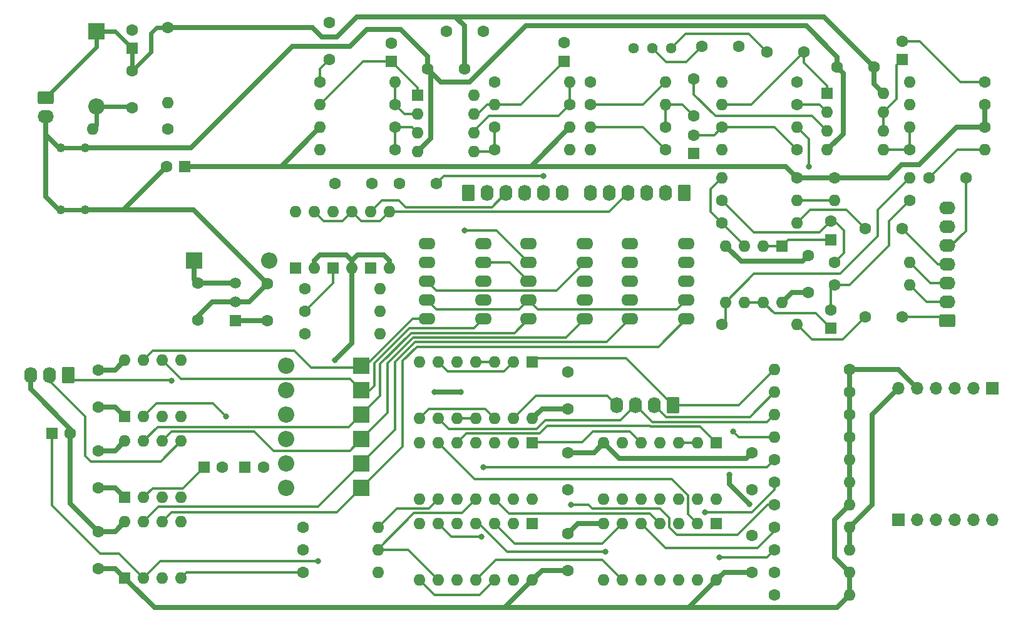
<source format=gbr>
%TF.GenerationSoftware,KiCad,Pcbnew,7.0.6*%
%TF.CreationDate,2023-09-11T14:55:37-04:00*%
%TF.ProjectId,summer,73756d6d-6572-42e6-9b69-6361645f7063,rev?*%
%TF.SameCoordinates,Original*%
%TF.FileFunction,Copper,L1,Top*%
%TF.FilePolarity,Positive*%
%FSLAX46Y46*%
G04 Gerber Fmt 4.6, Leading zero omitted, Abs format (unit mm)*
G04 Created by KiCad (PCBNEW 7.0.6) date 2023-09-11 14:55:37*
%MOMM*%
%LPD*%
G01*
G04 APERTURE LIST*
G04 Aperture macros list*
%AMRoundRect*
0 Rectangle with rounded corners*
0 $1 Rounding radius*
0 $2 $3 $4 $5 $6 $7 $8 $9 X,Y pos of 4 corners*
0 Add a 4 corners polygon primitive as box body*
4,1,4,$2,$3,$4,$5,$6,$7,$8,$9,$2,$3,0*
0 Add four circle primitives for the rounded corners*
1,1,$1+$1,$2,$3*
1,1,$1+$1,$4,$5*
1,1,$1+$1,$6,$7*
1,1,$1+$1,$8,$9*
0 Add four rect primitives between the rounded corners*
20,1,$1+$1,$2,$3,$4,$5,0*
20,1,$1+$1,$4,$5,$6,$7,0*
20,1,$1+$1,$6,$7,$8,$9,0*
20,1,$1+$1,$8,$9,$2,$3,0*%
G04 Aperture macros list end*
%TA.AperFunction,ComponentPad*%
%ADD10R,2.200000X2.200000*%
%TD*%
%TA.AperFunction,ComponentPad*%
%ADD11O,2.200000X2.200000*%
%TD*%
%TA.AperFunction,ComponentPad*%
%ADD12C,1.600000*%
%TD*%
%TA.AperFunction,ComponentPad*%
%ADD13R,1.600000X1.600000*%
%TD*%
%TA.AperFunction,ComponentPad*%
%ADD14O,1.600000X1.600000*%
%TD*%
%TA.AperFunction,ComponentPad*%
%ADD15RoundRect,0.250000X0.620000X0.845000X-0.620000X0.845000X-0.620000X-0.845000X0.620000X-0.845000X0*%
%TD*%
%TA.AperFunction,ComponentPad*%
%ADD16O,1.740000X2.190000*%
%TD*%
%TA.AperFunction,ComponentPad*%
%ADD17O,2.300000X1.600000*%
%TD*%
%TA.AperFunction,ComponentPad*%
%ADD18R,1.700000X1.700000*%
%TD*%
%TA.AperFunction,ComponentPad*%
%ADD19O,1.700000X1.700000*%
%TD*%
%TA.AperFunction,ComponentPad*%
%ADD20RoundRect,0.250000X-0.845000X0.620000X-0.845000X-0.620000X0.845000X-0.620000X0.845000X0.620000X0*%
%TD*%
%TA.AperFunction,ComponentPad*%
%ADD21O,2.190000X1.740000*%
%TD*%
%TA.AperFunction,SMDPad,CuDef*%
%ADD22C,1.219200*%
%TD*%
%TA.AperFunction,ComponentPad*%
%ADD23RoundRect,0.250000X0.845000X-0.620000X0.845000X0.620000X-0.845000X0.620000X-0.845000X-0.620000X0*%
%TD*%
%TA.AperFunction,ComponentPad*%
%ADD24RoundRect,0.250000X-0.620000X-0.845000X0.620000X-0.845000X0.620000X0.845000X-0.620000X0.845000X0*%
%TD*%
%TA.AperFunction,ComponentPad*%
%ADD25R,1.500000X1.500000*%
%TD*%
%TA.AperFunction,ComponentPad*%
%ADD26C,1.500000*%
%TD*%
%TA.AperFunction,ComponentPad*%
%ADD27C,1.440000*%
%TD*%
%TA.AperFunction,ViaPad*%
%ADD28C,0.800000*%
%TD*%
%TA.AperFunction,Conductor*%
%ADD29C,0.304800*%
%TD*%
%TA.AperFunction,Conductor*%
%ADD30C,0.635000*%
%TD*%
%TA.AperFunction,Conductor*%
%ADD31C,0.609600*%
%TD*%
G04 APERTURE END LIST*
%TA.AperFunction,EtchedComponent*%
%TO.C,NT4*%
G36*
X-78282800Y7061200D02*
G01*
X-80518000Y7061200D01*
X-80518000Y7670800D01*
X-78282800Y7670800D01*
X-78282800Y7061200D01*
G37*
%TD.AperFunction*%
%TA.AperFunction,EtchedComponent*%
%TO.C,NT1*%
G36*
X-78282800Y15443200D02*
G01*
X-80518000Y15443200D01*
X-80518000Y16052800D01*
X-78282800Y16052800D01*
X-78282800Y15443200D01*
G37*
%TD.AperFunction*%
%TD*%
D10*
%TO.P,D6,1,K*%
%TO.N,Net-(D6-K)*%
X-40386000Y-13716000D03*
D11*
%TO.P,D6,2,A*%
%TO.N,Net-(D5-A)*%
X-50546000Y-13716000D03*
%TD*%
D12*
%TO.P,C26,1*%
%TO.N,+9V*%
X-26456000Y26416000D03*
%TO.P,C26,2*%
%TO.N,GNDREF*%
X-31456000Y26416000D03*
%TD*%
%TO.P,C19,1*%
%TO.N,Net-(C19-Pad1)*%
X4572000Y20066000D03*
%TO.P,C19,2*%
%TO.N,Net-(U4A-+)*%
X4572000Y25066000D03*
%TD*%
D13*
%TO.P,C3,1*%
%TO.N,+9V*%
X-71374000Y29210000D03*
D12*
%TO.P,C3,2*%
%TO.N,GNDPWR*%
X-71374000Y31710000D03*
%TD*%
D13*
%TO.P,U10,1*%
%TO.N,Net-(R36-Pad1)*%
X-49276000Y-508000D03*
D14*
%TO.P,U10,2*%
%TO.N,GNDD*%
X-46736000Y-508000D03*
%TO.P,U10,3*%
%TO.N,/Switching/SPLIT_AUDIO_OUT*%
X-46736000Y7112000D03*
%TO.P,U10,4*%
%TO.N,GNDS*%
X-49276000Y7112000D03*
%TD*%
D10*
%TO.P,D5,1,K*%
%TO.N,Net-(D5-K)*%
X-40386000Y-17018000D03*
D11*
%TO.P,D5,2,A*%
%TO.N,Net-(D5-A)*%
X-50546000Y-17018000D03*
%TD*%
D15*
%TO.P,J12,1*%
%TO.N,/Switching/MAG_LED_ON*%
X-80010000Y-14986000D03*
D16*
%TO.P,J12,2*%
%TO.N,/Switching/PIEZO_LED_ON*%
X-82550000Y-14986000D03*
%TO.P,J12,3*%
%TO.N,GNDD*%
X-85090000Y-14986000D03*
%TD*%
D12*
%TO.P,R35,1*%
%TO.N,Net-(U6-GP3)*%
X-48260000Y-38608000D03*
D14*
%TO.P,R35,2*%
%TO.N,/Logic/2Q*%
X-38100000Y-38608000D03*
%TD*%
D12*
%TO.P,C20,1*%
%TO.N,Net-(VR1-S)*%
X5628000Y29464000D03*
%TO.P,C20,2*%
%TO.N,GNDS*%
X10628000Y29464000D03*
%TD*%
D13*
%TO.P,C8,1*%
%TO.N,Net-(U2B--)*%
X23114000Y-8636000D03*
D12*
%TO.P,C8,2*%
%TO.N,Net-(C8-Pad2)*%
X23114000Y-6136000D03*
%TD*%
D13*
%TO.P,C10,1*%
%TO.N,Net-(U2A--)*%
X23114000Y3343144D03*
D12*
%TO.P,C10,2*%
%TO.N,Net-(C10-Pad2)*%
X23114000Y5843144D03*
%TD*%
%TO.P,R17,1*%
%TO.N,Net-(U3A-+)*%
X-35814000Y18542000D03*
D14*
%TO.P,R17,2*%
%TO.N,Vref*%
X-45974000Y18542000D03*
%TD*%
D17*
%TO.P,K1,1*%
%TO.N,Net-(D5-K)*%
X-23861000Y-7366000D03*
%TO.P,K1,2*%
%TO.N,unconnected-(K1-Pad2)*%
X-23861000Y-4826000D03*
%TO.P,K1,3*%
%TO.N,/Switching/MAG_POST*%
X-23861000Y-2286000D03*
%TO.P,K1,4*%
%TO.N,Net-(K1-Pad4)*%
X-23861000Y254000D03*
%TO.P,K1,5*%
%TO.N,N/C*%
X-23861000Y2794000D03*
%TO.P,K1,6*%
X-31481000Y2794000D03*
%TO.P,K1,7*%
%TO.N,/Audio/SPLIT_PIEZO_IN*%
X-31481000Y254000D03*
%TO.P,K1,8*%
%TO.N,Net-(K1-Pad8)*%
X-31481000Y-2286000D03*
%TO.P,K1,9*%
%TO.N,/Switching/SPLIT_SINGLE_OUT*%
X-31481000Y-4826000D03*
%TO.P,K1,10*%
%TO.N,Net-(D6-K)*%
X-31481000Y-7366000D03*
%TD*%
D12*
%TO.P,R42,1*%
%TO.N,Net-(R42-Pad1)*%
X15494000Y-26416000D03*
D14*
%TO.P,R42,2*%
%TO.N,+5V*%
X25654000Y-26416000D03*
%TD*%
D13*
%TO.P,U13,1*%
%TO.N,/Logic/DFF2_CLK*%
X7620000Y-35052000D03*
D14*
%TO.P,U13,2*%
%TO.N,Net-(U13-Pad2)*%
X5080000Y-35052000D03*
%TO.P,U13,3*%
%TO.N,Net-(U13-Pad3)*%
X2540000Y-35052000D03*
%TO.P,U13,4*%
%TO.N,Net-(U13-Pad4)*%
X0Y-35052000D03*
%TO.P,U13,5*%
%TO.N,/Logic/DFF1_CLK*%
X-2540000Y-35052000D03*
%TO.P,U13,6*%
%TO.N,Net-(U12A-C)*%
X-5080000Y-35052000D03*
%TO.P,U13,7,GND*%
%TO.N,GNDD*%
X-7620000Y-35052000D03*
%TO.P,U13,8*%
%TO.N,Net-(U13-Pad8)*%
X-7620000Y-42672000D03*
%TO.P,U13,9*%
%TO.N,Net-(U12B-C)*%
X-5080000Y-42672000D03*
%TO.P,U13,10*%
%TO.N,N/C*%
X-2540000Y-42672000D03*
%TO.P,U13,11*%
X0Y-42672000D03*
%TO.P,U13,12*%
X2540000Y-42672000D03*
%TO.P,U13,13*%
X5080000Y-42672000D03*
%TO.P,U13,14,VCC*%
%TO.N,+5V*%
X7620000Y-42672000D03*
%TD*%
D12*
%TO.P,R3,1*%
%TO.N,Vref*%
X-66548000Y18288000D03*
D14*
%TO.P,R3,2*%
%TO.N,GNDPWR*%
X-76708000Y18288000D03*
%TD*%
D10*
%TO.P,D10,1,K*%
%TO.N,Net-(D10-K)*%
X-40386000Y-26924000D03*
D11*
%TO.P,D10,2,A*%
%TO.N,Net-(D10-A)*%
X-50546000Y-26924000D03*
%TD*%
D12*
%TO.P,R46,1*%
%TO.N,/Logic/DFF2_CLR*%
X15494000Y-44704000D03*
D14*
%TO.P,R46,2*%
%TO.N,+5V*%
X25654000Y-44704000D03*
%TD*%
D12*
%TO.P,R23,1*%
%TO.N,Net-(C16-Pad1)*%
X-22352000Y24638000D03*
D14*
%TO.P,R23,2*%
%TO.N,Net-(U3B--)*%
X-12192000Y24638000D03*
%TD*%
D12*
%TO.P,C9,1*%
%TO.N,Net-(C9-Pad1)*%
X27726000Y4826000D03*
%TO.P,C9,2*%
%TO.N,/Audio/MAG_IN*%
X32726000Y4826000D03*
%TD*%
%TO.P,R36,1*%
%TO.N,Net-(R36-Pad1)*%
X-48006000Y-9398000D03*
D14*
%TO.P,R36,2*%
%TO.N,Net-(U7-GP5)*%
X-37846000Y-9398000D03*
%TD*%
D12*
%TO.P,C5,1*%
%TO.N,+5V*%
X-53086000Y-7620000D03*
%TO.P,C5,2*%
%TO.N,GNDPWR*%
X-53086000Y-2620000D03*
%TD*%
%TO.P,C14,1*%
%TO.N,Net-(C14-Pad1)*%
X-44704000Y27686000D03*
%TO.P,C14,2*%
%TO.N,GNDS*%
X-44704000Y32686000D03*
%TD*%
%TO.P,R12,1*%
%TO.N,Net-(U4B-+)*%
X33782000Y15494000D03*
D14*
%TO.P,R12,2*%
%TO.N,Net-(C11-Pad1)*%
X43942000Y15494000D03*
%TD*%
D12*
%TO.P,R44,1*%
%TO.N,/Logic/DFF1_CLR*%
X15494000Y-32512000D03*
D14*
%TO.P,R44,2*%
%TO.N,+5V*%
X25654000Y-32512000D03*
%TD*%
D13*
%TO.P,U14,1*%
%TO.N,Net-(U11-Pad10)*%
X-17272000Y-24130000D03*
D14*
%TO.P,U14,2*%
%TO.N,/Logic/2Q*%
X-19812000Y-24130000D03*
%TO.P,U14,3*%
%TO.N,Net-(U12B-D)*%
X-22352000Y-24130000D03*
%TO.P,U14,4*%
%TO.N,/Logic/1Q*%
X-24892000Y-24130000D03*
%TO.P,U14,5*%
%TO.N,Net-(U11-Pad2)*%
X-27432000Y-24130000D03*
%TO.P,U14,6*%
%TO.N,Net-(U13-Pad2)*%
X-29972000Y-24130000D03*
%TO.P,U14,7,GND*%
%TO.N,GNDD*%
X-32512000Y-24130000D03*
%TO.P,U14,8*%
%TO.N,/Logic/1Qx2Q*%
X-32512000Y-31750000D03*
%TO.P,U14,9*%
%TO.N,/Logic/1Q*%
X-29972000Y-31750000D03*
%TO.P,U14,10*%
%TO.N,Net-(R42-Pad1)*%
X-27432000Y-31750000D03*
%TO.P,U14,11*%
%TO.N,/Logic/2Q*%
X-24892000Y-31750000D03*
%TO.P,U14,12*%
%TO.N,Net-(U13-Pad4)*%
X-22352000Y-31750000D03*
%TO.P,U14,13*%
%TO.N,Net-(U12A-D)*%
X-19812000Y-31750000D03*
%TO.P,U14,14,VCC*%
%TO.N,+5V*%
X-17272000Y-31750000D03*
%TD*%
D12*
%TO.P,R6,1*%
%TO.N,Net-(C8-Pad2)*%
X33782000Y8636000D03*
D14*
%TO.P,R6,2*%
%TO.N,GNDS*%
X23622000Y8636000D03*
%TD*%
D13*
%TO.P,U11,1*%
%TO.N,/Logic/!CLK1_SET*%
X-17272000Y-13208000D03*
D14*
%TO.P,U11,2*%
%TO.N,Net-(U11-Pad2)*%
X-19812000Y-13208000D03*
%TO.P,U11,3*%
%TO.N,Net-(U11-Pad3)*%
X-22352000Y-13208000D03*
%TO.P,U11,4*%
X-24892000Y-13208000D03*
%TO.P,U11,5*%
%TO.N,/Logic/!CLK1_RESET*%
X-27432000Y-13208000D03*
%TO.P,U11,6*%
%TO.N,Net-(U11-Pad2)*%
X-29972000Y-13208000D03*
%TO.P,U11,7,GND*%
%TO.N,GNDD*%
X-32512000Y-13208000D03*
%TO.P,U11,8*%
%TO.N,Net-(U11-Pad12)*%
X-32512000Y-20828000D03*
%TO.P,U11,9*%
%TO.N,/Logic/!CLK2_SET*%
X-29972000Y-20828000D03*
%TO.P,U11,10*%
%TO.N,Net-(U11-Pad10)*%
X-27432000Y-20828000D03*
%TO.P,U11,11*%
X-24892000Y-20828000D03*
%TO.P,U11,12*%
%TO.N,Net-(U11-Pad12)*%
X-22352000Y-20828000D03*
%TO.P,U11,13*%
%TO.N,/Logic/!CLK2_RESET*%
X-19812000Y-20828000D03*
%TO.P,U11,14,VCC*%
%TO.N,+5V*%
X-17272000Y-20828000D03*
%TD*%
D12*
%TO.P,R45,1*%
%TO.N,/Logic/DFF2_PRE*%
X15494000Y-41656000D03*
D14*
%TO.P,R45,2*%
%TO.N,+5V*%
X25654000Y-41656000D03*
%TD*%
D12*
%TO.P,R13,1*%
%TO.N,Vref*%
X43942000Y18542000D03*
D14*
%TO.P,R13,2*%
%TO.N,Net-(U4B-+)*%
X33782000Y18542000D03*
%TD*%
D12*
%TO.P,R43,1*%
%TO.N,/Logic/DFF1_PRE*%
X15494000Y-29464000D03*
D14*
%TO.P,R43,2*%
%TO.N,+5V*%
X25654000Y-29464000D03*
%TD*%
D13*
%TO.P,U6,1,VDD*%
%TO.N,+5V*%
X-72390000Y-31511000D03*
D14*
%TO.P,U6,2,GP5*%
%TO.N,Net-(U6-GP5)*%
X-69850000Y-31511000D03*
%TO.P,U6,3,GP4*%
%TO.N,unconnected-(U6-GP4-Pad3)*%
X-67310000Y-31511000D03*
%TO.P,U6,4,GP3*%
%TO.N,Net-(U6-GP3)*%
X-64770000Y-31511000D03*
%TO.P,U6,5,GP2*%
%TO.N,/Switching/PIEZO_LED_ON*%
X-64770000Y-23891000D03*
%TO.P,U6,6,GP1*%
%TO.N,Net-(D7-K)*%
X-67310000Y-23891000D03*
%TO.P,U6,7,GP0*%
%TO.N,Net-(D8-K)*%
X-69850000Y-23891000D03*
%TO.P,U6,8,VSS*%
%TO.N,GNDD*%
X-72390000Y-23891000D03*
%TD*%
D12*
%TO.P,C16,1*%
%TO.N,Net-(C16-Pad1)*%
X-23916000Y31496000D03*
%TO.P,C16,2*%
%TO.N,GNDS*%
X-28916000Y31496000D03*
%TD*%
%TO.P,R47,1*%
%TO.N,/Logic/DFF1_CLK*%
X15494000Y-35560000D03*
D14*
%TO.P,R47,2*%
%TO.N,GNDD*%
X25654000Y-35560000D03*
%TD*%
D12*
%TO.P,C28,1*%
%TO.N,GNDD*%
X-75946000Y-14264000D03*
%TO.P,C28,2*%
%TO.N,+5V*%
X-75946000Y-19264000D03*
%TD*%
D18*
%TO.P,J23,1,Pin_1*%
%TO.N,/Logic/DFF1_CLR*%
X32258000Y-34544000D03*
D19*
%TO.P,J23,2,Pin_2*%
%TO.N,/Logic/DFF1_PRE*%
X34798000Y-34544000D03*
%TO.P,J23,3,Pin_3*%
%TO.N,/Logic/DFF1_CLK*%
X37338000Y-34544000D03*
%TO.P,J23,4,Pin_4*%
%TO.N,/Logic/DFF2_CLK*%
X39878000Y-34544000D03*
%TO.P,J23,5,Pin_5*%
%TO.N,/Logic/DFF2_PRE*%
X42418000Y-34544000D03*
%TO.P,J23,6,Pin_6*%
%TO.N,/Logic/DFF2_CLR*%
X44958000Y-34544000D03*
%TD*%
D13*
%TO.P,C23,1*%
%TO.N,Net-(U6-GP5)*%
X-61682000Y-27432000D03*
D12*
%TO.P,C23,2*%
%TO.N,GNDD*%
X-59182000Y-27432000D03*
%TD*%
%TO.P,R40,1*%
%TO.N,+5V*%
X25654000Y-20320000D03*
D14*
%TO.P,R40,2*%
%TO.N,/Logic/!CLK2_SET*%
X15494000Y-20320000D03*
%TD*%
D12*
%TO.P,R37,1*%
%TO.N,Net-(U7-GP3)*%
X-48260000Y-41656000D03*
D14*
%TO.P,R37,2*%
%TO.N,/Logic/1Qx2Q*%
X-38100000Y-41656000D03*
%TD*%
D12*
%TO.P,R20,1*%
%TO.N,Net-(U3B-+)*%
X-22352000Y15494000D03*
D14*
%TO.P,R20,2*%
%TO.N,Net-(C15-Pad2)*%
X-12192000Y15494000D03*
%TD*%
D12*
%TO.P,C25,1*%
%TO.N,+9V*%
X20066000Y-3790000D03*
%TO.P,C25,2*%
%TO.N,GNDREF*%
X20066000Y1210000D03*
%TD*%
D17*
%TO.P,K3,1*%
%TO.N,Net-(D9-K)*%
X3571000Y-7366000D03*
%TO.P,K3,2*%
%TO.N,/Switching/SPLIT_SINGLE_OUT*%
X3571000Y-4826000D03*
%TO.P,K3,3*%
%TO.N,/Switching/SPLIT_AUDIO_OUT*%
X3571000Y-2286000D03*
%TO.P,K3,4*%
%TO.N,/Audio/SPLIT_MIX_OUT*%
X3571000Y254000D03*
%TO.P,K3,5*%
%TO.N,N/C*%
X3571000Y2794000D03*
%TO.P,K3,6*%
X-4049000Y2794000D03*
%TO.P,K3,7*%
%TO.N,unconnected-(K3-Pad7)*%
X-4049000Y254000D03*
%TO.P,K3,8*%
%TO.N,unconnected-(K3-Pad8)*%
X-4049000Y-2286000D03*
%TO.P,K3,9*%
%TO.N,unconnected-(K3-Pad9)*%
X-4049000Y-4826000D03*
%TO.P,K3,10*%
%TO.N,Net-(D10-K)*%
X-4049000Y-7366000D03*
%TD*%
D13*
%TO.P,C4,1*%
%TO.N,Vref*%
X-64262000Y13208000D03*
D12*
%TO.P,C4,2*%
%TO.N,GNDPWR*%
X-66762000Y13208000D03*
%TD*%
D13*
%TO.P,U5,1,VDD*%
%TO.N,+5V*%
X-72380000Y-20564000D03*
D14*
%TO.P,U5,2,GP5*%
%TO.N,Net-(U5-GP5)*%
X-69840000Y-20564000D03*
%TO.P,U5,3,GP4*%
%TO.N,unconnected-(U5-GP4-Pad3)*%
X-67300000Y-20564000D03*
%TO.P,U5,4,GP3*%
%TO.N,Net-(U5-GP3)*%
X-64760000Y-20564000D03*
%TO.P,U5,5,GP2*%
%TO.N,/Switching/MAG_LED_ON*%
X-64760000Y-12944000D03*
%TO.P,U5,6,GP1*%
%TO.N,Net-(D5-K)*%
X-67300000Y-12944000D03*
%TO.P,U5,7,GP0*%
%TO.N,Net-(D6-K)*%
X-69840000Y-12944000D03*
%TO.P,U5,8,VSS*%
%TO.N,GNDD*%
X-72380000Y-12944000D03*
%TD*%
D12*
%TO.P,R33,1*%
%TO.N,Net-(U5-GP3)*%
X-48260000Y-35560000D03*
D14*
%TO.P,R33,2*%
%TO.N,/Logic/1Q*%
X-38100000Y-35560000D03*
%TD*%
D12*
%TO.P,C13,1*%
%TO.N,/Audio/SPLIT_MAG_IN*%
X-38942000Y10922000D03*
%TO.P,C13,2*%
%TO.N,Net-(C13-Pad2)*%
X-43942000Y10922000D03*
%TD*%
%TO.P,C34,1*%
%TO.N,+5V*%
X-12446000Y-30440000D03*
%TO.P,C34,2*%
%TO.N,GNDD*%
X-12446000Y-25440000D03*
%TD*%
D10*
%TO.P,D7,1,K*%
%TO.N,Net-(D7-K)*%
X-40386000Y-23622000D03*
D11*
%TO.P,D7,2,A*%
%TO.N,Net-(D7-A)*%
X-50546000Y-23622000D03*
%TD*%
D12*
%TO.P,R31,1*%
%TO.N,Net-(C21-Pad2)*%
X18542000Y15494000D03*
D14*
%TO.P,R31,2*%
%TO.N,/Audio/SPLIT_MIX_OUT*%
X8382000Y15494000D03*
%TD*%
D15*
%TO.P,J11,1*%
%TO.N,/Audio/PIEZO_BUFD*%
X3302000Y9672000D03*
D16*
%TO.P,J11,2*%
%TO.N,/Jacks/MAG_LOOP_GND*%
X762000Y9672000D03*
%TO.P,J11,3*%
%TO.N,/Jacks/PIEZO_LOOP_GND*%
X-1778000Y9672000D03*
%TO.P,J11,4*%
%TO.N,/Switching/SPLIT_AUDIO_OUT*%
X-4318000Y9672000D03*
%TO.P,J11,5*%
%TO.N,/Jacks/PIEZO_PRE_RETURN*%
X-6858000Y9672000D03*
%TO.P,J11,6*%
%TO.N,/Switching/MAG_POST*%
X-9398000Y9672000D03*
%TD*%
D12*
%TO.P,R8,1*%
%TO.N,Net-(U2A-+)*%
X8382000Y5568000D03*
D14*
%TO.P,R8,2*%
%TO.N,Net-(C9-Pad1)*%
X18542000Y5568000D03*
%TD*%
D13*
%TO.P,C24,1*%
%TO.N,Net-(U7-GP5)*%
X-82231112Y-22860000D03*
D12*
%TO.P,C24,2*%
%TO.N,GNDD*%
X-79731112Y-22860000D03*
%TD*%
D13*
%TO.P,U2,1*%
%TO.N,Net-(U2A--)*%
X16500000Y2510000D03*
D14*
%TO.P,U2,2,-*%
X13960000Y2510000D03*
%TO.P,U2,3,+*%
%TO.N,Net-(U2A-+)*%
X11420000Y2510000D03*
%TO.P,U2,4,V-*%
%TO.N,GNDREF*%
X8880000Y2510000D03*
%TO.P,U2,5,+*%
%TO.N,Net-(U2B-+)*%
X8880000Y-5110000D03*
%TO.P,U2,6,-*%
%TO.N,Net-(U2B--)*%
X11420000Y-5110000D03*
%TO.P,U2,7*%
X13960000Y-5110000D03*
%TO.P,U2,8,V+*%
%TO.N,+9V*%
X16500000Y-5110000D03*
%TD*%
D17*
%TO.P,K2,1*%
%TO.N,Net-(D7-K)*%
X-10145000Y-7366000D03*
%TO.P,K2,2*%
%TO.N,unconnected-(K2-Pad2)*%
X-10145000Y-4826000D03*
%TO.P,K2,3*%
%TO.N,/Jacks/PIEZO_PRE_RETURN*%
X-10145000Y-2286000D03*
%TO.P,K2,4*%
%TO.N,Net-(K1-Pad8)*%
X-10145000Y254000D03*
%TO.P,K2,5*%
%TO.N,N/C*%
X-10145000Y2794000D03*
%TO.P,K2,6*%
X-17765000Y2794000D03*
%TO.P,K2,7*%
%TO.N,/Audio/SPLIT_MAG_IN*%
X-17765000Y254000D03*
%TO.P,K2,8*%
%TO.N,Net-(K1-Pad4)*%
X-17765000Y-2286000D03*
%TO.P,K2,9*%
%TO.N,/Switching/SPLIT_SINGLE_OUT*%
X-17765000Y-4826000D03*
%TO.P,K2,10*%
%TO.N,Net-(D8-K)*%
X-17765000Y-7366000D03*
%TD*%
D12*
%TO.P,R32,1*%
%TO.N,Net-(R32-Pad1)*%
X-48006000Y-3302000D03*
D14*
%TO.P,R32,2*%
%TO.N,Net-(U5-GP5)*%
X-37846000Y-3302000D03*
%TD*%
D12*
%TO.P,R16,1*%
%TO.N,Net-(U3A-+)*%
X-35814000Y15494000D03*
D14*
%TO.P,R16,2*%
%TO.N,Net-(C13-Pad2)*%
X-45974000Y15494000D03*
%TD*%
D12*
%TO.P,R24,1*%
%TO.N,/Audio/POT_PIEZO_RET*%
X762000Y15494000D03*
D14*
%TO.P,R24,2*%
%TO.N,/Audio/POT_PIEZO_SEND*%
X-9398000Y15494000D03*
%TD*%
D12*
%TO.P,C6,1*%
%TO.N,Net-(D2-K)*%
X-62484000Y-2540000D03*
%TO.P,C6,2*%
%TO.N,GNDPWR*%
X-62484000Y-7540000D03*
%TD*%
%TO.P,R10,1*%
%TO.N,Net-(C10-Pad2)*%
X8382000Y8636000D03*
D14*
%TO.P,R10,2*%
%TO.N,GNDS*%
X18542000Y8636000D03*
%TD*%
D20*
%TO.P,J10,1,Pin_1*%
%TO.N,+9V*%
X-83058000Y22566000D03*
D21*
%TO.P,J10,2,Pin_2*%
%TO.N,Earth_Clean*%
X-83058000Y20026000D03*
%TD*%
D22*
%TO.P,NT4,1,1*%
%TO.N,Earth_Clean*%
X-81026000Y7366000D03*
%TO.P,NT4,2,2*%
%TO.N,GNDPWR*%
X-77774800Y7366000D03*
%TD*%
D12*
%TO.P,R18,1*%
%TO.N,Net-(U3A--)*%
X-35814000Y21590000D03*
D14*
%TO.P,R18,2*%
%TO.N,Net-(C17-Pad1)*%
X-45974000Y21590000D03*
%TD*%
D12*
%TO.P,R14,1*%
%TO.N,Net-(C12-Pad2)*%
X43942000Y24638000D03*
D14*
%TO.P,R14,2*%
%TO.N,GNDS*%
X33782000Y24638000D03*
%TD*%
D13*
%TO.P,U9,1*%
%TO.N,Net-(R34-Pad1)*%
X-44196000Y-508000D03*
D14*
%TO.P,U9,2*%
%TO.N,GNDD*%
X-41656000Y-508000D03*
%TO.P,U9,3*%
%TO.N,/Switching/SPLIT_AUDIO_OUT*%
X-41656000Y7112000D03*
%TO.P,U9,4*%
%TO.N,GNDS*%
X-44196000Y7112000D03*
%TD*%
D12*
%TO.P,R39,1*%
%TO.N,+5V*%
X25654000Y-17272000D03*
D14*
%TO.P,R39,2*%
%TO.N,/Logic/!CLK1_RESET*%
X15494000Y-17272000D03*
%TD*%
D12*
%TO.P,C29,1*%
%TO.N,GNDD*%
X-75956000Y-25211000D03*
%TO.P,C29,2*%
%TO.N,+5V*%
X-75956000Y-30211000D03*
%TD*%
%TO.P,C32,1*%
%TO.N,+5V*%
X-12446000Y-41362000D03*
%TO.P,C32,2*%
%TO.N,GNDD*%
X-12446000Y-36362000D03*
%TD*%
D13*
%TO.P,C12,1*%
%TO.N,Net-(U4B--)*%
X32766000Y27686000D03*
D12*
%TO.P,C12,2*%
%TO.N,Net-(C12-Pad2)*%
X32766000Y30186000D03*
%TD*%
%TO.P,C15,1*%
%TO.N,/Audio/SPLIT_PIEZO_IN*%
X-35266000Y10922000D03*
%TO.P,C15,2*%
%TO.N,Net-(C15-Pad2)*%
X-30266000Y10922000D03*
%TD*%
%TO.P,C2,1*%
%TO.N,+9V*%
X-71374000Y26162000D03*
%TO.P,C2,2*%
%TO.N,GNDPWR*%
X-71374000Y21162000D03*
%TD*%
%TO.P,R27,1*%
%TO.N,Net-(C19-Pad1)*%
X762000Y18542000D03*
D14*
%TO.P,R27,2*%
%TO.N,/Audio/POT_PIEZO_RET*%
X-9398000Y18542000D03*
%TD*%
D12*
%TO.P,C11,1*%
%TO.N,Net-(C11-Pad1)*%
X36362000Y11684000D03*
%TO.P,C11,2*%
%TO.N,/Audio/PIEZO_IN*%
X41362000Y11684000D03*
%TD*%
%TO.P,R11,1*%
%TO.N,Net-(C10-Pad2)*%
X23622000Y254000D03*
D14*
%TO.P,R11,2*%
%TO.N,/Audio/MAG_BUFD*%
X33782000Y254000D03*
%TD*%
D23*
%TO.P,J15,1*%
%TO.N,/Audio/MAG_MONO_IN*%
X38862000Y-7620000D03*
D21*
%TO.P,J15,2*%
%TO.N,/Audio/MAG_MONO_BUFD*%
X38862000Y-5080000D03*
%TO.P,J15,3*%
%TO.N,/Audio/MAG_BUFD*%
X38862000Y-2540000D03*
%TO.P,J15,4*%
%TO.N,/Audio/MAG_IN*%
X38862000Y0D03*
%TO.P,J15,5*%
%TO.N,/Audio/PIEZO_IN*%
X38862000Y2540000D03*
%TO.P,J15,6*%
%TO.N,/Jacks/SPLIT_IN_GND*%
X38862000Y5080000D03*
%TO.P,J15,7*%
%TO.N,/Jacks/MAG_IN_GND*%
X38862000Y7620000D03*
%TD*%
D24*
%TO.P,J14,1*%
%TO.N,/Audio/POT_MAG_SEND*%
X-25908000Y9632000D03*
D16*
%TO.P,J14,2*%
%TO.N,/Audio/POT_MAG_RET*%
X-23368000Y9632000D03*
%TO.P,J14,3*%
%TO.N,GNDS*%
X-20828000Y9632000D03*
%TO.P,J14,4*%
%TO.N,/Audio/POT_PIEZO_RET*%
X-18288000Y9632000D03*
%TO.P,J14,5*%
%TO.N,/Audio/POT_PIEZO_SEND*%
X-15748000Y9632000D03*
%TO.P,J14,6*%
%TO.N,/Jacks/OUTPUT_GND*%
X-13208000Y9632000D03*
%TD*%
D13*
%TO.P,U15,1*%
%TO.N,Net-(U11-Pad2)*%
X7620000Y-24130000D03*
D14*
%TO.P,U15,2*%
%TO.N,Net-(U15-Pad2)*%
X5080000Y-24130000D03*
%TO.P,U15,3*%
X2540000Y-24130000D03*
%TO.P,U15,4*%
%TO.N,Net-(U13-Pad3)*%
X0Y-24130000D03*
%TO.P,U15,5*%
%TO.N,Net-(U11-Pad10)*%
X-2540000Y-24130000D03*
%TO.P,U15,6*%
%TO.N,Net-(U15-Pad6)*%
X-5080000Y-24130000D03*
%TO.P,U15,7,GND*%
%TO.N,GNDD*%
X-7620000Y-24130000D03*
%TO.P,U15,8*%
%TO.N,Net-(U13-Pad8)*%
X-7620000Y-31750000D03*
%TO.P,U15,9*%
%TO.N,Net-(U15-Pad6)*%
X-5080000Y-31750000D03*
%TO.P,U15,10*%
%TO.N,/Logic/INV1_OUT*%
X-2540000Y-31750000D03*
%TO.P,U15,11*%
%TO.N,/Logic/INV1_IN*%
X0Y-31750000D03*
%TO.P,U15,12*%
%TO.N,/Logic/INV2_OUT*%
X2540000Y-31750000D03*
%TO.P,U15,13*%
%TO.N,/Logic/INV2_IN*%
X5080000Y-31750000D03*
%TO.P,U15,14,VCC*%
%TO.N,+5V*%
X7620000Y-31750000D03*
%TD*%
D10*
%TO.P,D8,1,K*%
%TO.N,Net-(D8-K)*%
X-40386000Y-20320000D03*
D11*
%TO.P,D8,2,A*%
%TO.N,Net-(D7-A)*%
X-50546000Y-20320000D03*
%TD*%
D12*
%TO.P,R38,1*%
%TO.N,+5V*%
X25654000Y-14224000D03*
D14*
%TO.P,R38,2*%
%TO.N,/Logic/!CLK1_SET*%
X15494000Y-14224000D03*
%TD*%
D13*
%TO.P,C18,1*%
%TO.N,Net-(C18-Pad1)*%
X-12954000Y27473144D03*
D12*
%TO.P,C18,2*%
%TO.N,/Audio/POT_PIEZO_SEND*%
X-12954000Y29973144D03*
%TD*%
%TO.P,R28,1*%
%TO.N,Vref*%
X43942000Y21590000D03*
D14*
%TO.P,R28,2*%
%TO.N,Net-(U4A-+)*%
X33782000Y21590000D03*
%TD*%
D13*
%TO.P,U3,1*%
%TO.N,Net-(C17-Pad1)*%
X-32756000Y22850000D03*
D14*
%TO.P,U3,2,-*%
%TO.N,Net-(U3A--)*%
X-32756000Y20310000D03*
%TO.P,U3,3,+*%
%TO.N,Net-(U3A-+)*%
X-32756000Y17770000D03*
%TO.P,U3,4,V-*%
%TO.N,GNDREF*%
X-32756000Y15230000D03*
%TO.P,U3,5,+*%
%TO.N,Net-(U3B-+)*%
X-25136000Y15230000D03*
%TO.P,U3,6,-*%
%TO.N,Net-(U3B--)*%
X-25136000Y17770000D03*
%TO.P,U3,7*%
%TO.N,Net-(C18-Pad1)*%
X-25136000Y20310000D03*
%TO.P,U3,8,V+*%
%TO.N,+9V*%
X-25136000Y22850000D03*
%TD*%
D12*
%TO.P,R7,1*%
%TO.N,Net-(C8-Pad2)*%
X23622000Y-2794000D03*
D14*
%TO.P,R7,2*%
%TO.N,/Audio/MAG_MONO_BUFD*%
X33782000Y-2794000D03*
%TD*%
D12*
%TO.P,R2,1*%
%TO.N,+9V*%
X-66548000Y32004000D03*
D14*
%TO.P,R2,2*%
%TO.N,Vref*%
X-66548000Y21844000D03*
%TD*%
D12*
%TO.P,C27,1*%
%TO.N,+9V*%
X28956000Y26670000D03*
%TO.P,C27,2*%
%TO.N,GNDREF*%
X23956000Y26670000D03*
%TD*%
%TO.P,C33,1*%
%TO.N,+5V*%
X12446000Y-41616000D03*
%TO.P,C33,2*%
%TO.N,GNDD*%
X12446000Y-36616000D03*
%TD*%
D13*
%TO.P,U12,1,~{R}*%
%TO.N,/Logic/DFF1_CLR*%
X-17272000Y-35052000D03*
D14*
%TO.P,U12,2,D*%
%TO.N,Net-(U12A-D)*%
X-19812000Y-35052000D03*
%TO.P,U12,3,C*%
%TO.N,Net-(U12A-C)*%
X-22352000Y-35052000D03*
%TO.P,U12,4,~{S}*%
%TO.N,/Logic/DFF1_PRE*%
X-24892000Y-35052000D03*
%TO.P,U12,5,Q*%
%TO.N,/Logic/1Q*%
X-27432000Y-35052000D03*
%TO.P,U12,6,~{Q}*%
%TO.N,Net-(U12A-D)*%
X-29972000Y-35052000D03*
%TO.P,U12,7,GND*%
%TO.N,GNDD*%
X-32512000Y-35052000D03*
%TO.P,U12,8,~{Q}*%
%TO.N,Net-(U12B-D)*%
X-32512000Y-42672000D03*
%TO.P,U12,9,Q*%
%TO.N,/Logic/2Q*%
X-29972000Y-42672000D03*
%TO.P,U12,10,~{S}*%
%TO.N,/Logic/DFF2_CLR*%
X-27432000Y-42672000D03*
%TO.P,U12,11,C*%
%TO.N,Net-(U12B-C)*%
X-24892000Y-42672000D03*
%TO.P,U12,12,D*%
%TO.N,Net-(U12B-D)*%
X-22352000Y-42672000D03*
%TO.P,U12,13,~{R}*%
%TO.N,/Logic/DFF2_PRE*%
X-19812000Y-42672000D03*
%TO.P,U12,14,VCC*%
%TO.N,+5V*%
X-17272000Y-42672000D03*
%TD*%
D10*
%TO.P,D1,1,K*%
%TO.N,+9V*%
X-76200000Y31496000D03*
D11*
%TO.P,D1,2,A*%
%TO.N,GNDPWR*%
X-76200000Y21336000D03*
%TD*%
D15*
%TO.P,J16,1,Pin_1*%
%TO.N,/Logic/!CLK1_SET*%
X1778000Y-19050000D03*
D16*
%TO.P,J16,2,Pin_2*%
%TO.N,/Logic/!CLK1_RESET*%
X-762000Y-19050000D03*
%TO.P,J16,3,Pin_3*%
%TO.N,/Logic/!CLK2_SET*%
X-3302000Y-19050000D03*
%TO.P,J16,4,Pin_4*%
%TO.N,/Logic/!CLK2_RESET*%
X-5842000Y-19050000D03*
%TD*%
D25*
%TO.P,U1,1,VO*%
%TO.N,+5V*%
X-57404000Y-7620000D03*
D26*
%TO.P,U1,2,GND*%
%TO.N,GNDPWR*%
X-57404000Y-5080000D03*
%TO.P,U1,3,VI*%
%TO.N,Net-(D2-K)*%
X-57404000Y-2540000D03*
%TD*%
D10*
%TO.P,D2,1,K*%
%TO.N,Net-(D2-K)*%
X-62992000Y508000D03*
D11*
%TO.P,D2,2,A*%
%TO.N,+9V*%
X-52832000Y508000D03*
%TD*%
D12*
%TO.P,C30,1*%
%TO.N,GNDD*%
X-75936000Y-36098000D03*
%TO.P,C30,2*%
%TO.N,+5V*%
X-75936000Y-41098000D03*
%TD*%
%TO.P,C35,1*%
%TO.N,+5V*%
X12446000Y-30440000D03*
%TO.P,C35,2*%
%TO.N,GNDD*%
X12446000Y-25440000D03*
%TD*%
%TO.P,R34,1*%
%TO.N,Net-(R34-Pad1)*%
X-48006000Y-6355000D03*
D14*
%TO.P,R34,2*%
%TO.N,Net-(U6-GP5)*%
X-37846000Y-6355000D03*
%TD*%
D13*
%TO.P,C22,1*%
%TO.N,Net-(U5-GP5)*%
X-56134000Y-27432000D03*
D12*
%TO.P,C22,2*%
%TO.N,GNDD*%
X-53634000Y-27432000D03*
%TD*%
%TO.P,R9,1*%
%TO.N,Vref*%
X18542000Y11684000D03*
D14*
%TO.P,R9,2*%
%TO.N,Net-(U2A-+)*%
X8382000Y11684000D03*
%TD*%
D18*
%TO.P,J24,1,Pin_1*%
%TO.N,/Logic/INV2_IN*%
X44958000Y-16764000D03*
D19*
%TO.P,J24,2,Pin_2*%
%TO.N,/Logic/INV2_OUT*%
X42418000Y-16764000D03*
%TO.P,J24,3,Pin_3*%
%TO.N,/Logic/INV1_IN*%
X39878000Y-16764000D03*
%TO.P,J24,4,Pin_4*%
%TO.N,/Logic/INV1_OUT*%
X37338000Y-16764000D03*
%TO.P,J24,5,Pin_5*%
%TO.N,+5V*%
X34798000Y-16764000D03*
%TO.P,J24,6,Pin_6*%
%TO.N,GNDD*%
X32258000Y-16764000D03*
%TD*%
D12*
%TO.P,R29,1*%
%TO.N,Net-(U4A--)*%
X18542000Y21590000D03*
D14*
%TO.P,R29,2*%
%TO.N,Net-(C21-Pad1)*%
X8382000Y21590000D03*
%TD*%
D12*
%TO.P,C36,1*%
%TO.N,Net-(U4A--)*%
X14478000Y28702000D03*
%TO.P,C36,2*%
%TO.N,Net-(C21-Pad1)*%
X19478000Y28702000D03*
%TD*%
%TO.P,R22,1*%
%TO.N,Net-(U3B--)*%
X-12192000Y21590000D03*
D14*
%TO.P,R22,2*%
%TO.N,Net-(C18-Pad1)*%
X-22352000Y21590000D03*
%TD*%
D12*
%TO.P,R41,1*%
%TO.N,+5V*%
X25654000Y-23368000D03*
D14*
%TO.P,R41,2*%
%TO.N,/Logic/!CLK2_RESET*%
X15494000Y-23368000D03*
%TD*%
D12*
%TO.P,C31,1*%
%TO.N,+5V*%
X-12446000Y-19518000D03*
%TO.P,C31,2*%
%TO.N,GNDD*%
X-12446000Y-14518000D03*
%TD*%
D22*
%TO.P,NT1,1,1*%
%TO.N,Earth_Clean*%
X-81026000Y15748000D03*
%TO.P,NT1,2,2*%
%TO.N,GNDREF*%
X-77774800Y15748000D03*
%TD*%
D13*
%TO.P,U4,1*%
%TO.N,Net-(C21-Pad1)*%
X22606000Y23104000D03*
D14*
%TO.P,U4,2,-*%
%TO.N,Net-(U4A--)*%
X22606000Y20564000D03*
%TO.P,U4,3,+*%
%TO.N,Net-(U4A-+)*%
X22606000Y18024000D03*
%TO.P,U4,4,V-*%
%TO.N,GNDREF*%
X22606000Y15484000D03*
%TO.P,U4,5,+*%
%TO.N,Net-(U4B-+)*%
X30226000Y15484000D03*
%TO.P,U4,6,-*%
%TO.N,Net-(U4B--)*%
X30226000Y18024000D03*
%TO.P,U4,7*%
X30226000Y20564000D03*
%TO.P,U4,8,V+*%
%TO.N,+9V*%
X30226000Y23104000D03*
%TD*%
D13*
%TO.P,U7,1,VDD*%
%TO.N,+5V*%
X-72380000Y-42408000D03*
D14*
%TO.P,U7,2,GP5*%
%TO.N,Net-(U7-GP5)*%
X-69840000Y-42408000D03*
%TO.P,U7,3,GP4*%
%TO.N,unconnected-(U7-GP4-Pad3)*%
X-67300000Y-42408000D03*
%TO.P,U7,4,GP3*%
%TO.N,Net-(U7-GP3)*%
X-64760000Y-42408000D03*
%TO.P,U7,5,GP2*%
%TO.N,unconnected-(U7-GP2-Pad5)*%
X-64760000Y-34788000D03*
%TO.P,U7,6,GP1*%
%TO.N,Net-(D9-K)*%
X-67300000Y-34788000D03*
%TO.P,U7,7,GP0*%
%TO.N,Net-(D10-K)*%
X-69840000Y-34788000D03*
%TO.P,U7,8,VSS*%
%TO.N,GNDD*%
X-72380000Y-34788000D03*
%TD*%
D10*
%TO.P,D9,1,K*%
%TO.N,Net-(D9-K)*%
X-40386000Y-30226000D03*
D11*
%TO.P,D9,2,A*%
%TO.N,Net-(D10-A)*%
X-50546000Y-30226000D03*
%TD*%
D12*
%TO.P,R19,1*%
%TO.N,Net-(C14-Pad1)*%
X-45974000Y24638000D03*
D14*
%TO.P,R19,2*%
%TO.N,Net-(U3A--)*%
X-35814000Y24638000D03*
%TD*%
D12*
%TO.P,R30,1*%
%TO.N,Net-(C21-Pad2)*%
X8382000Y18542000D03*
D14*
%TO.P,R30,2*%
%TO.N,GNDS*%
X18542000Y18542000D03*
%TD*%
D13*
%TO.P,C21,1*%
%TO.N,Net-(C21-Pad1)*%
X4572000Y14986000D03*
D12*
%TO.P,C21,2*%
%TO.N,Net-(C21-Pad2)*%
X4572000Y17486000D03*
%TD*%
D27*
%TO.P,VR1,1,CCW*%
%TO.N,unconnected-(VR1-CCW-Pad1)*%
X-3556000Y29210000D03*
%TO.P,VR1,2,S*%
%TO.N,Net-(VR1-S)*%
X-1016000Y29210000D03*
%TO.P,VR1,3,CW*%
%TO.N,Net-(U4A--)*%
X1524000Y29210000D03*
%TD*%
D12*
%TO.P,R5,1*%
%TO.N,Vref*%
X23622000Y11684000D03*
D14*
%TO.P,R5,2*%
%TO.N,Net-(U2B-+)*%
X33782000Y11684000D03*
%TD*%
D12*
%TO.P,R21,1*%
%TO.N,Net-(U3B-+)*%
X-22352000Y18542000D03*
D14*
%TO.P,R21,2*%
%TO.N,Vref*%
X-12192000Y18542000D03*
%TD*%
D12*
%TO.P,C7,1*%
%TO.N,Net-(C7-Pad1)*%
X27726000Y-7112000D03*
%TO.P,C7,2*%
%TO.N,/Audio/MAG_MONO_IN*%
X32726000Y-7112000D03*
%TD*%
%TO.P,R15,1*%
%TO.N,Net-(C12-Pad2)*%
X18542000Y24638000D03*
D14*
%TO.P,R15,2*%
%TO.N,/Audio/PIEZO_BUFD*%
X8382000Y24638000D03*
%TD*%
D12*
%TO.P,R26,1*%
%TO.N,/Audio/POT_MAG_RET*%
X-9398000Y21590000D03*
D14*
%TO.P,R26,2*%
%TO.N,Net-(C19-Pad1)*%
X762000Y21590000D03*
%TD*%
D13*
%TO.P,U8,1*%
%TO.N,Net-(R32-Pad1)*%
X-39116000Y-508000D03*
D14*
%TO.P,U8,2*%
%TO.N,GNDD*%
X-36576000Y-508000D03*
%TO.P,U8,3*%
%TO.N,/Switching/SPLIT_AUDIO_OUT*%
X-36576000Y7112000D03*
%TO.P,U8,4*%
%TO.N,GNDS*%
X-39116000Y7112000D03*
%TD*%
D12*
%TO.P,R48,1*%
%TO.N,/Logic/DFF2_CLK*%
X15494000Y-38608000D03*
D14*
%TO.P,R48,2*%
%TO.N,GNDD*%
X25654000Y-38608000D03*
%TD*%
D12*
%TO.P,R4,1*%
%TO.N,Net-(U2B-+)*%
X8382000Y-8148000D03*
D14*
%TO.P,R4,2*%
%TO.N,Net-(C7-Pad1)*%
X18542000Y-8148000D03*
%TD*%
D13*
%TO.P,C17,1*%
%TO.N,Net-(C17-Pad1)*%
X-36322000Y27432000D03*
D12*
%TO.P,C17,2*%
%TO.N,/Audio/POT_MAG_SEND*%
X-36322000Y29932000D03*
%TD*%
%TO.P,R25,1*%
%TO.N,/Audio/POT_MAG_SEND*%
X-9398000Y24638000D03*
D14*
%TO.P,R25,2*%
%TO.N,/Audio/POT_MAG_RET*%
X762000Y24638000D03*
%TD*%
D28*
%TO.N,/Audio/SPLIT_MAG_IN*%
X-26416000Y4572000D03*
%TO.N,GNDD*%
X-30480000Y-17272000D03*
X-26924000Y-17272000D03*
X12113458Y-32433458D03*
X-43942000Y-12960900D03*
X9398000Y-28448000D03*
%TO.N,GNDS*%
X20161800Y13208000D03*
%TO.N,/Logic/!CLK2_RESET*%
X9906000Y-22606000D03*
%TO.N,/Logic/DFF1_PRE*%
X6096000Y-33528000D03*
X-7366000Y-38862000D03*
%TO.N,/Logic/DFF1_CLR*%
X-12045500Y-32512000D03*
%TO.N,/Logic/DFF2_CLK*%
X8020500Y-39624000D03*
%TO.N,Net-(U5-GP5)*%
X-58674000Y-20574000D03*
%TO.N,Net-(U7-GP5)*%
X-46228000Y-40132000D03*
%TO.N,Net-(C15-Pad2)*%
X-15748000Y11938000D03*
%TO.N,Net-(R42-Pad1)*%
X-23876000Y-27432000D03*
%TO.N,/Switching/MAG_LED_ON*%
X-66040000Y-15748000D03*
%TO.N,Net-(U12A-D)*%
X-24130000Y-36830000D03*
%TD*%
D29*
%TO.N,Net-(U4B--)*%
X32004000Y26924000D02*
X32766000Y27686000D01*
X32004000Y22342000D02*
X32004000Y26924000D01*
X30226000Y20564000D02*
X32004000Y22342000D01*
D30*
%TO.N,GNDD*%
X-79731112Y-22210600D02*
X-79731112Y-22860000D01*
X-85090000Y-16851712D02*
X-79731112Y-22210600D01*
X-85090000Y-14986000D02*
X-85090000Y-16851712D01*
D29*
%TO.N,/Switching/PIEZO_LED_ON*%
X-82550000Y-15748000D02*
X-82550000Y-14986000D01*
X-77724000Y-25908000D02*
X-77724000Y-20574000D01*
X-77011400Y-26620600D02*
X-77724000Y-25908000D01*
X-67499600Y-26620600D02*
X-77011400Y-26620600D01*
X-64770000Y-23891000D02*
X-67499600Y-26620600D01*
X-77724000Y-20574000D02*
X-82550000Y-15748000D01*
%TO.N,/Switching/MAG_LED_ON*%
X-66114400Y-15673600D02*
X-66040000Y-15748000D01*
X-80010000Y-14986000D02*
X-79322400Y-15673600D01*
X-79322400Y-15673600D02*
X-66114400Y-15673600D01*
%TO.N,Net-(C12-Pad2)*%
X40640000Y24638000D02*
X43942000Y24638000D01*
X35092000Y30186000D02*
X40640000Y24638000D01*
X32766000Y30186000D02*
X35092000Y30186000D01*
%TO.N,Net-(D9-K)*%
X-66040000Y-33528000D02*
X-43688000Y-33528000D01*
X-188200Y-11125200D02*
X3571000Y-7366000D01*
X-40386000Y-30226000D02*
X-34798000Y-24638000D01*
X-34798000Y-13054104D02*
X-32869096Y-11125200D01*
X-67300000Y-34788000D02*
X-66040000Y-33528000D01*
X-43688000Y-33528000D02*
X-40386000Y-30226000D01*
X-32869096Y-11125200D02*
X-188200Y-11125200D01*
X-34798000Y-24638000D02*
X-34798000Y-13054104D01*
%TO.N,/Switching/SPLIT_AUDIO_OUT*%
X-45478800Y5854800D02*
X-42913200Y5854800D01*
X-36576000Y7112000D02*
X-6878000Y7112000D01*
X-40398800Y5854800D02*
X-37833200Y5854800D01*
X-6878000Y7112000D02*
X-4318000Y9672000D01*
X-46736000Y7112000D02*
X-45478800Y5854800D01*
X-41656000Y7112000D02*
X-40398800Y5854800D01*
X-42913200Y5854800D02*
X-41656000Y7112000D01*
X-37833200Y5854800D02*
X-36576000Y7112000D01*
%TO.N,/Switching/SPLIT_SINGLE_OUT*%
X-16510000Y-6096000D02*
X2286000Y-6096000D01*
X-30211000Y-6096000D02*
X-19035000Y-6096000D01*
X2301000Y-6096000D02*
X3571000Y-4826000D01*
X-16510000Y-6081000D02*
X-17765000Y-4826000D01*
X2286000Y-6096000D02*
X2301000Y-6096000D01*
X-30211000Y-6096000D02*
X-31481000Y-4826000D01*
X-16510000Y-6096000D02*
X-16510000Y-6081000D01*
X-19035000Y-6096000D02*
X-17765000Y-4826000D01*
%TO.N,Net-(D10-K)*%
X-69840000Y-34788000D02*
X-67820200Y-32768200D01*
X-35814000Y-22352000D02*
X-35814000Y-13208000D01*
X-46230200Y-32768200D02*
X-40386000Y-26924000D01*
X-67820200Y-32768200D02*
X-46230200Y-32768200D01*
X-33121600Y-10515600D02*
X-7198600Y-10515600D01*
X-40386000Y-26924000D02*
X-35814000Y-22352000D01*
X-35814000Y-13208000D02*
X-33121600Y-10515600D01*
X-7198600Y-10515600D02*
X-4049000Y-7366000D01*
%TO.N,Net-(D7-K)*%
X-66025000Y-22606000D02*
X-54864000Y-22606000D01*
X-12685000Y-9906000D02*
X-10145000Y-7366000D01*
X-67310000Y-23891000D02*
X-66025000Y-22606000D01*
X-52290800Y-25179200D02*
X-41943200Y-25179200D01*
X-54864000Y-22606000D02*
X-52290800Y-25179200D01*
X-36830000Y-13361896D02*
X-33374104Y-9906000D01*
X-40386000Y-23622000D02*
X-36830000Y-20066000D01*
X-36830000Y-20066000D02*
X-36830000Y-13361896D01*
X-33374104Y-9906000D02*
X-12685000Y-9906000D01*
X-41943200Y-25179200D02*
X-40386000Y-23622000D01*
%TO.N,Net-(K1-Pad8)*%
X-30211000Y-3556000D02*
X-31481000Y-2286000D01*
X-30211000Y-3556000D02*
X-13962500Y-3556000D01*
X-10152500Y254000D02*
X-10145000Y254000D01*
X-13962500Y-3556000D02*
X-10152500Y254000D01*
%TO.N,Net-(K1-Pad4)*%
X-20305000Y254000D02*
X-17765000Y-2286000D01*
X-23861000Y254000D02*
X-20305000Y254000D01*
%TO.N,/Audio/SPLIT_MAG_IN*%
X-22083000Y4572000D02*
X-17765000Y254000D01*
X-26416000Y4572000D02*
X-22083000Y4572000D01*
%TO.N,Net-(D8-K)*%
X-19662000Y-9263000D02*
X-17765000Y-7366000D01*
X-37846000Y-13462000D02*
X-33647000Y-9263000D01*
X-33647000Y-9263000D02*
X-19662000Y-9263000D01*
X-69850000Y-23891000D02*
X-67955400Y-21996400D01*
X-67955400Y-21996400D02*
X-42062400Y-21996400D01*
X-42062400Y-21996400D02*
X-40386000Y-20320000D01*
X-40386000Y-20320000D02*
X-37846000Y-17780000D01*
X-37846000Y-17780000D02*
X-37846000Y-13462000D01*
%TO.N,Net-(D5-K)*%
X-40386000Y-17018000D02*
X-39216105Y-17018000D01*
X-67300000Y-12944000D02*
X-64783200Y-15460800D01*
X-64783200Y-15460800D02*
X-41943200Y-15460800D01*
X-39216105Y-17018000D02*
X-38608000Y-16409895D01*
X-33899504Y-8653400D02*
X-25148400Y-8653400D01*
X-25148400Y-8653400D02*
X-23861000Y-7366000D01*
X-38608000Y-13361896D02*
X-33899504Y-8653400D01*
X-38608000Y-16409895D02*
X-38608000Y-13361896D01*
X-41943200Y-15460800D02*
X-40386000Y-17018000D01*
%TO.N,Net-(D6-K)*%
X-39438400Y-13330192D02*
X-33474208Y-7366000D01*
X-67823550Y-11684000D02*
X-67820750Y-11686800D01*
X-68580000Y-11684000D02*
X-67823550Y-11684000D01*
X-40640000Y-13970000D02*
X-40386000Y-13716000D01*
X-47158893Y-13970000D02*
X-40640000Y-13970000D01*
X-40386000Y-13716000D02*
X-39624000Y-13716000D01*
X-39624000Y-13716000D02*
X-39438400Y-13530400D01*
X-39438400Y-13530400D02*
X-39438400Y-13330192D01*
X-33474208Y-7366000D02*
X-31481000Y-7366000D01*
X-67820750Y-11686800D02*
X-49442093Y-11686800D01*
X-49442093Y-11686800D02*
X-47158893Y-13970000D01*
X-69840000Y-12944000D02*
X-68580000Y-11684000D01*
D30*
%TO.N,+5V*%
X-12446000Y-41362000D02*
X-15962000Y-41362000D01*
X23622000Y-39624000D02*
X23622000Y-34544000D01*
X25654000Y-41656000D02*
X23622000Y-39624000D01*
X-75956000Y-30211000D02*
X-73690000Y-30211000D01*
X-72380000Y-42408000D02*
X-68369500Y-46418500D01*
X-17272000Y-42672000D02*
X-21018500Y-46418500D01*
X34798000Y-16764000D02*
X32258000Y-14224000D01*
X-21082000Y-46418500D02*
X23939500Y-46418500D01*
X-57404000Y-7620000D02*
X-53086000Y-7620000D01*
X-15962000Y-19518000D02*
X-17272000Y-20828000D01*
X8676000Y-41616000D02*
X7620000Y-42672000D01*
X-73690000Y-30211000D02*
X-72390000Y-31511000D01*
X-68369500Y-46418500D02*
X-21082000Y-46418500D01*
X23939500Y-46418500D02*
X25654000Y-44704000D01*
X23622000Y-34544000D02*
X25654000Y-32512000D01*
X-73680000Y-19264000D02*
X-72380000Y-20564000D01*
X7620000Y-42672000D02*
X3873500Y-46418500D01*
X-12446000Y-19518000D02*
X-15962000Y-19518000D01*
X32258000Y-14224000D02*
X25654000Y-14224000D01*
X-75946000Y-19264000D02*
X-73680000Y-19264000D01*
X-15962000Y-41362000D02*
X-17272000Y-42672000D01*
X25654000Y-41656000D02*
X25654000Y-44704000D01*
X-73690000Y-41098000D02*
X-72380000Y-42408000D01*
X12446000Y-41616000D02*
X8676000Y-41616000D01*
X25654000Y-32512000D02*
X25654000Y-14224000D01*
X-21018500Y-46418500D02*
X-21082000Y-46418500D01*
X-75936000Y-41098000D02*
X-73690000Y-41098000D01*
D31*
%TO.N,GNDPWR*%
X-71374000Y21162000D02*
X-71548000Y21336000D01*
X-71548000Y21336000D02*
X-76200000Y21336000D01*
D30*
X-62484000Y-7540000D02*
X-62484000Y-7032000D01*
X-62484000Y-7032000D02*
X-60532000Y-5080000D01*
X-53086000Y-2620000D02*
X-55546000Y-5080000D01*
D31*
X-76200000Y18796000D02*
X-76200000Y21336000D01*
D30*
X-72604000Y7366000D02*
X-75208887Y7366000D01*
X-66762000Y13208000D02*
X-72604000Y7366000D01*
X-63072000Y7366000D02*
X-77508100Y7366000D01*
D31*
X-76708000Y18288000D02*
X-76200000Y18796000D01*
D30*
X-55546000Y-5080000D02*
X-57404000Y-5080000D01*
X-60532000Y-5080000D02*
X-57404000Y-5080000D01*
X-53086000Y-2620000D02*
X-63072000Y7366000D01*
%TO.N,Net-(D2-K)*%
X-62484000Y-2540000D02*
X-57404000Y-2540000D01*
X-62992000Y-2032000D02*
X-62484000Y-2540000D01*
X-62992000Y508000D02*
X-62992000Y-2032000D01*
D29*
%TO.N,Net-(C21-Pad2)*%
X8382000Y18542000D02*
X15494000Y18542000D01*
X4572000Y17486000D02*
X7326000Y17486000D01*
X15494000Y18542000D02*
X18542000Y15494000D01*
X7326000Y17486000D02*
X8382000Y18542000D01*
D30*
%TO.N,GNDD*%
X12446000Y-25440000D02*
X11646001Y-26239999D01*
X25654000Y-35560000D02*
X28702000Y-32512000D01*
X-73690000Y-36098000D02*
X-72380000Y-34788000D01*
X28702000Y-32512000D02*
X28702000Y-20320000D01*
X-41656000Y508000D02*
X-40894000Y1270000D01*
X28702000Y-20320000D02*
X32258000Y-16764000D01*
X-79731112Y-22860000D02*
X-79731112Y-32302888D01*
X-37338000Y1270000D02*
X-36576000Y508000D01*
X-73710000Y-25211000D02*
X-72390000Y-23891000D01*
X12113458Y-32433458D02*
X9398000Y-29718000D01*
X-79731112Y-32302888D02*
X-75936000Y-36098000D01*
X-8930000Y-25440000D02*
X-7620000Y-24130000D01*
X-75936000Y-36098000D02*
X-73690000Y-36098000D01*
X-36576000Y508000D02*
X-36576000Y-508000D01*
X-7620000Y-35052000D02*
X-11136000Y-35052000D01*
X-41656000Y-508000D02*
X-41656000Y-10674900D01*
X-5510001Y-26239999D02*
X-7620000Y-24130000D01*
X9398000Y-29718000D02*
X9398000Y-28448000D01*
X11646001Y-26239999D02*
X-5510001Y-26239999D01*
X-46736000Y-508000D02*
X-46736000Y508000D01*
X-42418000Y1270000D02*
X-41656000Y508000D01*
X-11136000Y-35052000D02*
X-12446000Y-36362000D01*
X-75956000Y-25211000D02*
X-73710000Y-25211000D01*
X25654000Y-35560000D02*
X25654000Y-38608000D01*
X-73700000Y-14264000D02*
X-72380000Y-12944000D01*
X-41656000Y-10674900D02*
X-43942000Y-12960900D01*
X-75946000Y-14264000D02*
X-73700000Y-14264000D01*
X-41656000Y-508000D02*
X-41656000Y508000D01*
X-40894000Y1270000D02*
X-37338000Y1270000D01*
X-46736000Y508000D02*
X-45974000Y1270000D01*
X-45974000Y1270000D02*
X-42418000Y1270000D01*
X-12446000Y-25440000D02*
X-8930000Y-25440000D01*
X-30480000Y-17272000D02*
X-26924000Y-17272000D01*
D29*
%TO.N,GNDS*%
X20161800Y16922200D02*
X20161800Y13208000D01*
X-35306000Y8636000D02*
X-37592000Y8636000D01*
X18542000Y8636000D02*
X23622000Y8636000D01*
X-37592000Y8636000D02*
X-39116000Y7112000D01*
X-34391600Y7721600D02*
X-35306000Y8636000D01*
X18542000Y18542000D02*
X20161800Y16922200D01*
X-20828000Y9632000D02*
X-22738400Y7721600D01*
X-22738400Y7721600D02*
X-34391600Y7721600D01*
%TO.N,Net-(R34-Pad1)*%
X-44196000Y-2545000D02*
X-48006000Y-6355000D01*
X-44196000Y-508000D02*
X-44196000Y-2545000D01*
D30*
%TO.N,Vref*%
X-64211300Y13258700D02*
X-64262000Y13208000D01*
X18542000Y11684000D02*
X23622000Y11684000D01*
X23622000Y11684000D02*
X30894437Y11684000D01*
X30894437Y11684000D02*
X32672437Y13462000D01*
X-45974000Y18542000D02*
X-51257300Y13258700D01*
X43942000Y21590000D02*
X43942000Y18542000D01*
X32672437Y13462000D02*
X35052000Y13462000D01*
X18542000Y11684000D02*
X16967300Y13258700D01*
X-51257300Y13258700D02*
X-51308000Y13258700D01*
X16967300Y13258700D02*
X-51308000Y13258700D01*
X40132000Y18542000D02*
X43942000Y18542000D01*
X-12192000Y18542000D02*
X-17475300Y13258700D01*
X35052000Y13462000D02*
X40132000Y18542000D01*
X-51308000Y13258700D02*
X-64211300Y13258700D01*
D29*
%TO.N,Net-(U2B-+)*%
X12720000Y-1270000D02*
X24384000Y-1270000D01*
X29464000Y3810000D02*
X29464000Y7366000D01*
X8880000Y-5110000D02*
X8880000Y-7650000D01*
X8880000Y-7650000D02*
X8382000Y-8148000D01*
X29464000Y7366000D02*
X33782000Y11684000D01*
X24384000Y-1270000D02*
X29464000Y3810000D01*
X8880000Y-5110000D02*
X12720000Y-1270000D01*
%TO.N,/Logic/!CLK2_RESET*%
X-16764000Y-17780000D02*
X-19812000Y-20828000D01*
X-5842000Y-19050000D02*
X-7112000Y-17780000D01*
X10668000Y-23368000D02*
X15494000Y-23368000D01*
X-7112000Y-17780000D02*
X-16764000Y-17780000D01*
X9906000Y-22606000D02*
X10668000Y-23368000D01*
%TO.N,/Logic/DFF1_PRE*%
X15494000Y-30480000D02*
X15494000Y-29464000D01*
X-20701605Y-38862000D02*
X-24511605Y-35052000D01*
X6096000Y-33528000D02*
X12446000Y-33528000D01*
X-24511605Y-35052000D02*
X-24892000Y-35052000D01*
X12446000Y-33528000D02*
X15494000Y-30480000D01*
X-7366000Y-38862000D02*
X-20701605Y-38862000D01*
%TO.N,/Logic/DFF1_CLR*%
X-12045500Y-32512000D02*
X-9652000Y-32512000D01*
X2286050Y-36576000D02*
X10492524Y-36576000D01*
X1270000Y-34290000D02*
X1270000Y-35559950D01*
X14556524Y-32512000D02*
X15494000Y-32512000D01*
X10492524Y-36576000D02*
X14556524Y-32512000D01*
X-9652000Y-32512000D02*
X-9144000Y-33020000D01*
X0Y-33020000D02*
X1270000Y-34290000D01*
X-9144000Y-33020000D02*
X0Y-33020000D01*
X1270000Y-35559950D02*
X2286050Y-36576000D01*
%TO.N,/Logic/DFF1_CLK*%
X-2540000Y-35052000D02*
X762000Y-38354000D01*
X762000Y-38354000D02*
X13208000Y-38354000D01*
X15494000Y-36068000D02*
X15494000Y-35560000D01*
X13208000Y-38354000D02*
X15494000Y-36068000D01*
%TO.N,/Logic/DFF2_CLK*%
X14478000Y-39624000D02*
X15494000Y-38608000D01*
X8020500Y-39624000D02*
X14478000Y-39624000D01*
%TO.N,Net-(U5-GP5)*%
X-68072000Y-18796000D02*
X-69840000Y-20564000D01*
X-60452000Y-18796000D02*
X-58674000Y-20574000D01*
X-60452000Y-18796000D02*
X-68072000Y-18796000D01*
%TO.N,/Logic/1Q*%
X-38100000Y-35560000D02*
X-35560000Y-33020000D01*
X-31242000Y-33020000D02*
X-29972000Y-31750000D01*
X-35560000Y-33020000D02*
X-31242000Y-33020000D01*
%TO.N,Net-(U6-GP5)*%
X-68592800Y-30253800D02*
X-64503800Y-30253800D01*
X-64503800Y-30253800D02*
X-61682000Y-27432000D01*
X-69850000Y-31511000D02*
X-68592800Y-30253800D01*
%TO.N,/Logic/2Q*%
X-33248600Y-33629600D02*
X-38100000Y-38481000D01*
X-29972000Y-42672000D02*
X-34036000Y-38608000D01*
X-38100000Y-38481000D02*
X-38100000Y-38608000D01*
X-34036000Y-38608000D02*
X-38100000Y-38608000D01*
X-24892000Y-31750000D02*
X-26771600Y-33629600D01*
X-26771600Y-33629600D02*
X-33248600Y-33629600D01*
%TO.N,Net-(U7-GP5)*%
X-73132000Y-39116000D02*
X-69840000Y-42408000D01*
X-46228000Y-40132000D02*
X-67564000Y-40132000D01*
X-75692000Y-39116000D02*
X-73132000Y-39116000D01*
X-67564000Y-40132000D02*
X-69840000Y-42408000D01*
X-82231112Y-22860000D02*
X-82231112Y-32576888D01*
X-82231112Y-32576888D02*
X-75692000Y-39116000D01*
%TO.N,Net-(U7-GP3)*%
X-48260000Y-41656000D02*
X-64008000Y-41656000D01*
X-64008000Y-41656000D02*
X-64760000Y-42408000D01*
D30*
%TO.N,+9V*%
X22161500Y33464500D02*
X28956000Y26670000D01*
D31*
X-68072000Y32004000D02*
X-66548000Y32004000D01*
D30*
X-26456000Y32234500D02*
X-27686000Y33464500D01*
X-45720000Y30734000D02*
X-43688000Y30734000D01*
X-46990000Y32004000D02*
X-45720000Y30734000D01*
X-40957500Y33464500D02*
X-27686000Y33464500D01*
D31*
X-71374000Y26162000D02*
X-68834000Y28702000D01*
D30*
X17820000Y-3790000D02*
X16500000Y-5110000D01*
D31*
X-68834000Y31242000D02*
X-68072000Y32004000D01*
X-68834000Y28702000D02*
X-68834000Y31242000D01*
X-73660000Y31496000D02*
X-71374000Y29210000D01*
D30*
X-66548000Y32004000D02*
X-46990000Y32004000D01*
X20066000Y-3790000D02*
X17820000Y-3790000D01*
X28956000Y24374000D02*
X30226000Y23104000D01*
D31*
X-76200000Y29424000D02*
X-83058000Y22566000D01*
X-71374000Y29210000D02*
X-71374000Y26162000D01*
D30*
X-27686000Y33464500D02*
X22161500Y33464500D01*
X28956000Y26670000D02*
X28956000Y24374000D01*
X-43688000Y30734000D02*
X-40957500Y33464500D01*
D31*
X-76200000Y31496000D02*
X-76200000Y29424000D01*
D30*
X-26456000Y26416000D02*
X-26456000Y32234500D01*
D31*
X-76200000Y31496000D02*
X-73660000Y31496000D01*
D29*
%TO.N,Net-(C19-Pad1)*%
X762000Y18542000D02*
X762000Y21590000D01*
X3048000Y21590000D02*
X4572000Y20066000D01*
X762000Y21590000D02*
X3048000Y21590000D01*
%TO.N,Net-(C7-Pad1)*%
X27726000Y-7112000D02*
X24678000Y-10160000D01*
X24678000Y-10160000D02*
X20554000Y-10160000D01*
X20554000Y-10160000D02*
X18542000Y-8148000D01*
%TO.N,Net-(U3B--)*%
X-25136000Y18034000D02*
X-23104000Y20066000D01*
X-23104000Y20066000D02*
X-13716000Y20066000D01*
X-13716000Y20066000D02*
X-12192000Y21590000D01*
X-25136000Y17770000D02*
X-25136000Y18034000D01*
X-12192000Y21590000D02*
X-12192000Y24638000D01*
%TO.N,Net-(C8-Pad2)*%
X23114000Y-6136000D02*
X23114000Y-3302000D01*
X23622000Y-2794000D02*
X25654000Y-2794000D01*
X25654000Y-2794000D02*
X30988000Y2540000D01*
X30988000Y2540000D02*
X30988000Y5842000D01*
X30988000Y5842000D02*
X33782000Y8636000D01*
X23114000Y-3302000D02*
X23622000Y-2794000D01*
%TO.N,/Audio/MAG_MONO_BUFD*%
X36068000Y-5080000D02*
X38862000Y-5080000D01*
X33782000Y-2794000D02*
X36068000Y-5080000D01*
%TO.N,/Audio/MAG_IN*%
X37552000Y0D02*
X38862000Y0D01*
X32726000Y4826000D02*
X37552000Y0D01*
%TO.N,Net-(C9-Pad1)*%
X25186000Y7366000D02*
X27726000Y4826000D01*
X20340000Y7366000D02*
X25186000Y7366000D01*
X18542000Y5568000D02*
X20340000Y7366000D01*
%TO.N,Net-(U2A-+)*%
X6858000Y10160000D02*
X6858000Y7092000D01*
X6858000Y7092000D02*
X8382000Y5568000D01*
X8382000Y11684000D02*
X6858000Y10160000D01*
X11420000Y2530000D02*
X11420000Y2510000D01*
X8382000Y5568000D02*
X11420000Y2530000D01*
%TO.N,Net-(C10-Pad2)*%
X21581656Y4310800D02*
X12707200Y4310800D01*
X23620856Y5843144D02*
X24892000Y4572000D01*
X23114000Y5843144D02*
X21581656Y4310800D01*
X12707200Y4310800D02*
X8382000Y8636000D01*
X24892000Y1524000D02*
X23622000Y254000D01*
X23114000Y5843144D02*
X23620856Y5843144D01*
X24892000Y4572000D02*
X24892000Y1524000D01*
%TO.N,/Audio/MAG_BUFD*%
X33782000Y254000D02*
X36576000Y-2540000D01*
X36576000Y-2540000D02*
X38862000Y-2540000D01*
%TO.N,/Audio/PIEZO_IN*%
X39370000Y2540000D02*
X41362000Y4532000D01*
X38862000Y2540000D02*
X39370000Y2540000D01*
X41362000Y4532000D02*
X41362000Y11684000D01*
%TO.N,Net-(C11-Pad1)*%
X40172000Y15494000D02*
X43942000Y15494000D01*
X36362000Y11684000D02*
X40172000Y15494000D01*
%TO.N,Net-(U4B-+)*%
X33782000Y15494000D02*
X33782000Y18542000D01*
X33772000Y15484000D02*
X33782000Y15494000D01*
X30226000Y15484000D02*
X33772000Y15484000D01*
%TO.N,Net-(U3A-+)*%
X-35814000Y18542000D02*
X-35814000Y15494000D01*
X-33528000Y18542000D02*
X-35814000Y18542000D01*
X-32756000Y17770000D02*
X-33528000Y18542000D01*
%TO.N,Net-(U3A--)*%
X-34534000Y20310000D02*
X-32756000Y20310000D01*
X-35814000Y21590000D02*
X-35814000Y24638000D01*
X-35814000Y21590000D02*
X-34534000Y20310000D01*
%TO.N,Net-(C17-Pad1)*%
X-36322000Y27432000D02*
X-32756000Y23866000D01*
X-40132000Y27432000D02*
X-45974000Y21590000D01*
X-36322000Y27432000D02*
X-40132000Y27432000D01*
X-32756000Y23866000D02*
X-32756000Y22850000D01*
%TO.N,Net-(C14-Pad1)*%
X-45974000Y26416000D02*
X-44704000Y27686000D01*
X-45974000Y24638000D02*
X-45974000Y26416000D01*
%TO.N,Net-(C15-Pad2)*%
X-15748000Y11938000D02*
X-29250000Y11938000D01*
X-29250000Y11938000D02*
X-30266000Y10922000D01*
%TO.N,Net-(U3B-+)*%
X-22352000Y18542000D02*
X-22352000Y15494000D01*
X-22616000Y15230000D02*
X-22352000Y15494000D01*
X-25136000Y15230000D02*
X-22616000Y15230000D01*
%TO.N,Net-(C18-Pad1)*%
X-22352000Y21590000D02*
X-18837144Y21590000D01*
X-24648000Y20310000D02*
X-23368000Y21590000D01*
X-23368000Y21590000D02*
X-22352000Y21590000D01*
X-18837144Y21590000D02*
X-12954000Y27473144D01*
X-25136000Y20310000D02*
X-24648000Y20310000D01*
%TO.N,/Audio/POT_PIEZO_RET*%
X-2286000Y18542000D02*
X762000Y15494000D01*
X-9398000Y18542000D02*
X-2286000Y18542000D01*
%TO.N,/Audio/POT_MAG_RET*%
X-2286000Y21590000D02*
X762000Y24638000D01*
X-9398000Y21590000D02*
X-2286000Y21590000D01*
%TO.N,Net-(R42-Pad1)*%
X14478000Y-27432000D02*
X15494000Y-26416000D01*
X-23876000Y-27432000D02*
X14478000Y-27432000D01*
%TO.N,Net-(U4A-+)*%
X4572000Y25066000D02*
X4572000Y22987000D01*
X20564000Y20066000D02*
X22606000Y18024000D01*
X4572000Y22987000D02*
X7493000Y20066000D01*
X7493000Y20066000D02*
X20564000Y20066000D01*
%TO.N,Net-(U4A--)*%
X21580000Y21590000D02*
X18542000Y21590000D01*
X12028800Y31151200D02*
X14478000Y28702000D01*
X1524000Y29210000D02*
X3465200Y31151200D01*
X3465200Y31151200D02*
X12028800Y31151200D01*
X22606000Y20564000D02*
X21580000Y21590000D01*
%TO.N,Net-(C21-Pad1)*%
X22606000Y24130000D02*
X22606000Y23104000D01*
X19478000Y27258000D02*
X22606000Y24130000D01*
X19478000Y27258000D02*
X19478000Y28702000D01*
X8382000Y21590000D02*
X12366000Y21590000D01*
X12366000Y21590000D02*
X19478000Y28702000D01*
%TO.N,/Logic/!CLK1_SET*%
X15494000Y-14224000D02*
X10668000Y-19050000D01*
X1778000Y-19050000D02*
X-4572000Y-12700000D01*
X10668000Y-19050000D02*
X1778000Y-19050000D01*
X-16764000Y-12700000D02*
X-17272000Y-13208000D01*
X-4572000Y-12700000D02*
X-16764000Y-12700000D01*
%TO.N,/Logic/!CLK1_RESET*%
X790200Y-20602200D02*
X12163800Y-20602200D01*
X12163800Y-20602200D02*
X15494000Y-17272000D01*
X-762000Y-19050000D02*
X790200Y-20602200D01*
%TO.N,/Logic/!CLK2_SET*%
X-16688124Y-22237600D02*
X-28562400Y-22237600D01*
X-15532524Y-21082000D02*
X-16688124Y-22237600D01*
X15494000Y-20320000D02*
X14478000Y-21336000D01*
X-1016000Y-21336000D02*
X-3302000Y-19050000D01*
X-5334000Y-21082000D02*
X-15532524Y-21082000D01*
X-3302000Y-19050000D02*
X-5334000Y-21082000D01*
X-28562400Y-22237600D02*
X-29972000Y-20828000D01*
X14478000Y-21336000D02*
X-1016000Y-21336000D01*
%TO.N,Net-(U2A--)*%
X23114000Y3343144D02*
X17333144Y3343144D01*
X13960000Y2510000D02*
X16500000Y2510000D01*
X17333144Y3343144D02*
X16500000Y2510000D01*
D30*
%TO.N,GNDREF*%
X-49686519Y29464000D02*
X-41910000Y29464000D01*
X23956000Y28084685D02*
X19782685Y32258000D01*
X24755999Y17633999D02*
X22606000Y15484000D01*
X-29678000Y24638000D02*
X-31456000Y26416000D01*
X23956000Y26670000D02*
X23956000Y28084685D01*
X-39624000Y31750000D02*
X-35052000Y31750000D01*
X-30988000Y16998000D02*
X-32756000Y15230000D01*
X-31456000Y28154000D02*
X-31456000Y26416000D01*
X10979999Y410001D02*
X19266001Y410001D01*
X-41910000Y29464000D02*
X-39624000Y31750000D01*
X-63402519Y15748000D02*
X-49686519Y29464000D01*
X-30988000Y25948000D02*
X-30988000Y16998000D01*
X-18161000Y32258000D02*
X-25781000Y24638000D01*
X-35052000Y31750000D02*
X-31456000Y28154000D01*
X19782685Y32258000D02*
X-18161000Y32258000D01*
X-77508100Y15748000D02*
X-63402519Y15748000D01*
X23956000Y26670000D02*
X24755999Y25870001D01*
X-25781000Y24638000D02*
X-29678000Y24638000D01*
X19266001Y410001D02*
X20066000Y1210000D01*
X24755999Y25870001D02*
X24755999Y17633999D01*
X8880000Y2510000D02*
X10979999Y410001D01*
X-31456000Y26416000D02*
X-30988000Y25948000D01*
D29*
%TO.N,Net-(U2B--)*%
X21082000Y-6604000D02*
X23114000Y-8636000D01*
X15454000Y-6604000D02*
X21082000Y-6604000D01*
X13960000Y-5110000D02*
X15454000Y-6604000D01*
X11420000Y-5110000D02*
X13960000Y-5110000D01*
%TO.N,Net-(U4B--)*%
X30226000Y18024000D02*
X30226000Y20564000D01*
%TO.N,Net-(U11-Pad2)*%
X-1268505Y-21945600D02*
X-1370105Y-21844000D01*
X-29972000Y-13208000D02*
X-28714800Y-14465200D01*
X-16243200Y-22847200D02*
X-26149200Y-22847200D01*
X-1370105Y-21844000D02*
X-15240000Y-21844000D01*
X5435600Y-21945600D02*
X-1268505Y-21945600D01*
X-26149200Y-22847200D02*
X-27432000Y-24130000D01*
X-15240000Y-21844000D02*
X-16243200Y-22847200D01*
X7620000Y-24130000D02*
X5435600Y-21945600D01*
X-21069200Y-14465200D02*
X-19812000Y-13208000D01*
X-28714800Y-14465200D02*
X-21069200Y-14465200D01*
%TO.N,Net-(U15-Pad2)*%
X5080000Y-24130000D02*
X2540000Y-24130000D01*
%TO.N,Net-(U11-Pad10)*%
X-2540000Y-24130000D02*
X-4064000Y-22606000D01*
X-4064000Y-22606000D02*
X-9089200Y-22606000D01*
X-10513600Y-24030400D02*
X-17172400Y-24030400D01*
X-9089200Y-22606000D02*
X-10513600Y-24030400D01*
X-17172400Y-24030400D02*
X-17272000Y-24130000D01*
X-24892000Y-20828000D02*
X-27432000Y-20828000D01*
%TO.N,Net-(U11-Pad3)*%
X-24892000Y-13208000D02*
X-22352000Y-13208000D01*
%TO.N,Net-(U11-Pad12)*%
X-22352000Y-20828000D02*
X-23609200Y-19570800D01*
X-31254800Y-19570800D02*
X-32512000Y-20828000D01*
X-23609200Y-19570800D02*
X-31254800Y-19570800D01*
%TO.N,Net-(U12B-D)*%
X-24384000Y-44704000D02*
X-30480000Y-44704000D01*
X-22352000Y-42672000D02*
X-24384000Y-44704000D01*
X-30480000Y-44704000D02*
X-32512000Y-42672000D01*
%TO.N,Net-(U13-Pad2)*%
X-25071600Y-29030400D02*
X1598350Y-29030400D01*
X3810000Y-33782000D02*
X5080000Y-35052000D01*
X3810000Y-31242050D02*
X3810000Y-33782000D01*
X-29972000Y-24130000D02*
X-25071600Y-29030400D01*
X1598350Y-29030400D02*
X3810000Y-31242050D01*
%TO.N,Net-(U13-Pad4)*%
X-22352000Y-31750000D02*
X-20459600Y-33642400D01*
X-1409600Y-33642400D02*
X0Y-35052000D01*
X-20459600Y-33642400D02*
X-1409600Y-33642400D01*
%TO.N,Net-(U12A-D)*%
X-24130000Y-36830000D02*
X-28194000Y-36830000D01*
X-28194000Y-36830000D02*
X-29972000Y-35052000D01*
%TO.N,Net-(U12A-C)*%
X-19632400Y-37771600D02*
X-7799600Y-37771600D01*
X-22352000Y-35052000D02*
X-19632400Y-37771600D01*
X-7799600Y-37771600D02*
X-5080000Y-35052000D01*
%TO.N,Net-(U12B-C)*%
X-22172400Y-39952400D02*
X-7799600Y-39952400D01*
X-24892000Y-42672000D02*
X-22172400Y-39952400D01*
X-7799600Y-39952400D02*
X-5080000Y-42672000D01*
%TO.N,Net-(VR1-S)*%
X5628000Y29464000D02*
X3556000Y27392000D01*
X3556000Y27392000D02*
X802000Y27392000D01*
X802000Y27392000D02*
X-1016000Y29210000D01*
D30*
%TO.N,Earth_Clean*%
X-83058000Y9131300D02*
X-81292700Y7366000D01*
X-81292700Y15748000D02*
X-83058000Y17513300D01*
X-83058000Y17513300D02*
X-83058000Y9131300D01*
X-83058000Y20026000D02*
X-83058000Y17513300D01*
D29*
%TO.N,/Audio/MAG_MONO_IN*%
X38354000Y-7112000D02*
X38862000Y-7620000D01*
X32726000Y-7112000D02*
X38354000Y-7112000D01*
%TD*%
M02*

</source>
